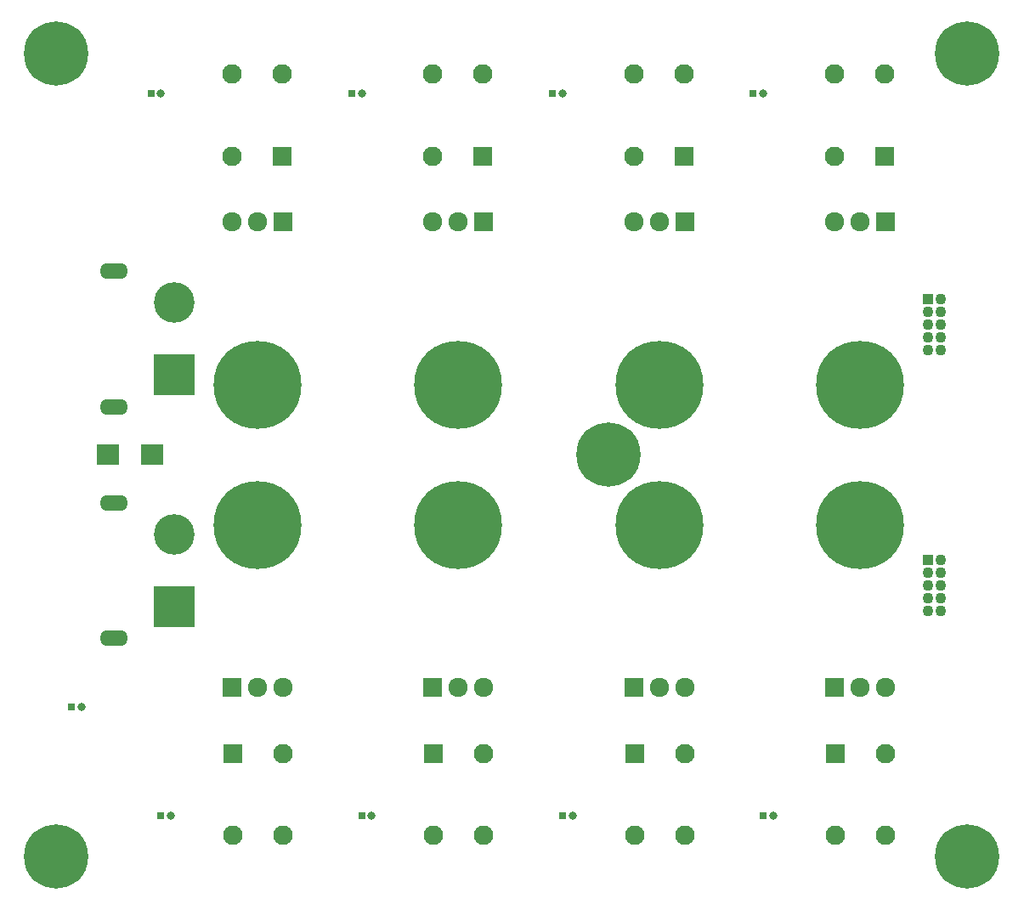
<source format=gbr>
%TF.GenerationSoftware,KiCad,Pcbnew,(6.0.10)*%
%TF.CreationDate,2023-01-10T09:29:53-08:00*%
%TF.ProjectId,solid_state_relays_12v,736f6c69-645f-4737-9461-74655f72656c,0.0.8*%
%TF.SameCoordinates,PXe4e1c0PY6422c40*%
%TF.FileFunction,Soldermask,Bot*%
%TF.FilePolarity,Negative*%
%FSLAX46Y46*%
G04 Gerber Fmt 4.6, Leading zero omitted, Abs format (unit mm)*
G04 Created by KiCad (PCBNEW (6.0.10)) date 2023-01-10 09:29:53*
%MOMM*%
%LPD*%
G01*
G04 APERTURE LIST*
%ADD10C,0.900000*%
%ADD11C,8.750000*%
%ADD12R,0.800000X0.800000*%
%ADD13C,0.800000*%
%ADD14O,2.800000X1.600000*%
%ADD15R,4.050000X4.050000*%
%ADD16C,4.050000*%
%ADD17R,1.950000X1.950000*%
%ADD18C,1.950000*%
%ADD19R,1.090000X1.090000*%
%ADD20C,1.090000*%
%ADD21C,6.400000*%
%ADD22R,1.920000X1.920000*%
%ADD23C,1.920000*%
%ADD24R,2.200000X2.150000*%
G04 APERTURE END LIST*
D10*
%TO.C,HQ7*%
X42388350Y35348350D03*
X45040000Y41750000D03*
X42388350Y40651650D03*
X47691650Y40651650D03*
X47691650Y35348350D03*
X41290000Y38000000D03*
D11*
X45040000Y38000000D03*
D10*
X48790000Y38000000D03*
X45040000Y34250000D03*
%TD*%
D12*
%TO.C,JL4*%
X14400000Y81000000D03*
D13*
X15400000Y81000000D03*
%TD*%
D14*
%TO.C,JPWR2*%
X10700000Y49800000D03*
X10700000Y63300000D03*
D15*
X16700000Y52950000D03*
D16*
X16700000Y60150000D03*
%TD*%
D17*
%TO.C,J3*%
X47500000Y74750000D03*
D18*
X47500000Y82950000D03*
X42500000Y74750000D03*
X42500000Y82950000D03*
%TD*%
D17*
%TO.C,J8*%
X22580000Y15250000D03*
D18*
X22580000Y7050000D03*
X27580000Y15250000D03*
X27580000Y7050000D03*
%TD*%
D12*
%TO.C,JL5*%
X75400000Y9000000D03*
D13*
X76400000Y9000000D03*
%TD*%
D17*
%TO.C,J5*%
X82580000Y15250000D03*
D18*
X82580000Y7050000D03*
X87580000Y15250000D03*
X87580000Y7050000D03*
%TD*%
D19*
%TO.C,JCNTL1*%
X91865000Y60540000D03*
D20*
X93135000Y60540000D03*
X91865000Y59270000D03*
X93135000Y59270000D03*
X91865000Y58000000D03*
X93135000Y58000000D03*
X91865000Y56730000D03*
X93135000Y56730000D03*
X91865000Y55460000D03*
X93135000Y55460000D03*
%TD*%
D13*
%TO.C,H5*%
X58302944Y43302944D03*
D21*
X60000000Y45000000D03*
D13*
X60000000Y42600000D03*
X61697056Y46697056D03*
X58302944Y46697056D03*
X60000000Y47400000D03*
X57600000Y45000000D03*
X61697056Y43302944D03*
X62400000Y45000000D03*
%TD*%
D10*
%TO.C,HQ6*%
X67691650Y40651650D03*
X61290000Y38000000D03*
X62388350Y40651650D03*
X67691650Y35348350D03*
X68790000Y38000000D03*
X65040000Y41750000D03*
X65040000Y34250000D03*
X62388350Y35348350D03*
D11*
X65040000Y38000000D03*
%TD*%
D17*
%TO.C,J1*%
X87500000Y74750000D03*
D18*
X87500000Y82950000D03*
X82500000Y74750000D03*
X82500000Y82950000D03*
%TD*%
D12*
%TO.C,JL8*%
X15380000Y9000000D03*
D13*
X16380000Y9000000D03*
%TD*%
D17*
%TO.C,J2*%
X67500000Y74750000D03*
D18*
X67500000Y82950000D03*
X62500000Y74750000D03*
X62500000Y82950000D03*
%TD*%
D10*
%TO.C,HQ4*%
X28790000Y52000000D03*
X27691650Y49348350D03*
X22388350Y49348350D03*
X25040000Y55750000D03*
D11*
X25040000Y52000000D03*
D10*
X22388350Y54651650D03*
X21290000Y52000000D03*
X27691650Y54651650D03*
X25040000Y48250000D03*
%TD*%
D21*
%TO.C,H1*%
X5000000Y85000000D03*
D13*
X6697056Y83302944D03*
X5000000Y87400000D03*
X6697056Y86697056D03*
X3302944Y86697056D03*
X5000000Y82600000D03*
X7400000Y85000000D03*
X3302944Y83302944D03*
X2600000Y85000000D03*
%TD*%
D17*
%TO.C,J4*%
X27500000Y74750000D03*
D18*
X27500000Y82950000D03*
X22500000Y74750000D03*
X22500000Y82950000D03*
%TD*%
D10*
%TO.C,HQ3*%
X42388350Y54651650D03*
D11*
X45040000Y52000000D03*
D10*
X45040000Y48250000D03*
X41290000Y52000000D03*
X48790000Y52000000D03*
X47691650Y54651650D03*
X45040000Y55750000D03*
X47691650Y49348350D03*
X42388350Y49348350D03*
%TD*%
D13*
%TO.C,H4*%
X6697056Y6697056D03*
X6697056Y3302944D03*
X2600000Y5000000D03*
X5000000Y2600000D03*
X3302944Y6697056D03*
X3302944Y3302944D03*
D21*
X5000000Y5000000D03*
D13*
X7400000Y5000000D03*
X5000000Y7400000D03*
%TD*%
D12*
%TO.C,JL7*%
X35400000Y9000000D03*
D13*
X36400000Y9000000D03*
%TD*%
D10*
%TO.C,HQ5*%
X85040000Y34250000D03*
X82388350Y35348350D03*
X85040000Y41750000D03*
X81290000Y38000000D03*
X82388350Y40651650D03*
X87691650Y35348350D03*
D11*
X85040000Y38000000D03*
D10*
X87691650Y40651650D03*
X88790000Y38000000D03*
%TD*%
D12*
%TO.C,JL6*%
X55400000Y9000000D03*
D13*
X56400000Y9000000D03*
%TD*%
D14*
%TO.C,JPWR1*%
X10700000Y26700000D03*
X10700000Y40200000D03*
D15*
X16700000Y29850000D03*
D16*
X16700000Y37050000D03*
%TD*%
D10*
%TO.C,HQ2*%
X62388350Y49348350D03*
X67691650Y49348350D03*
X65040000Y48250000D03*
D11*
X65040000Y52000000D03*
D10*
X68790000Y52000000D03*
X65040000Y55750000D03*
X62388350Y54651650D03*
X67691650Y54651650D03*
X61290000Y52000000D03*
%TD*%
D17*
%TO.C,J7*%
X42580000Y15250000D03*
D18*
X42580000Y7050000D03*
X47580000Y15250000D03*
X47580000Y7050000D03*
%TD*%
D13*
%TO.C,H3*%
X95750000Y2600000D03*
X93350000Y5000000D03*
X98150000Y5000000D03*
X97447056Y3302944D03*
X97447056Y6697056D03*
X94052944Y3302944D03*
X94052944Y6697056D03*
X95750000Y7400000D03*
D21*
X95750000Y5000000D03*
%TD*%
D12*
%TO.C,JL3*%
X34400000Y81000000D03*
D13*
X35400000Y81000000D03*
%TD*%
D12*
%TO.C,JP2*%
X6500000Y19850000D03*
D13*
X7500000Y19850000D03*
%TD*%
D12*
%TO.C,JL2*%
X54400000Y81000000D03*
D13*
X55400000Y81000000D03*
%TD*%
D19*
%TO.C,JCNTL2*%
X91865000Y34540000D03*
D20*
X93135000Y34540000D03*
X91865000Y33270000D03*
X93135000Y33270000D03*
X91865000Y32000000D03*
X93135000Y32000000D03*
X91865000Y30730000D03*
X93135000Y30730000D03*
X91865000Y29460000D03*
X93135000Y29460000D03*
%TD*%
D10*
%TO.C,HQ1*%
X81290000Y52000000D03*
X88790000Y52000000D03*
X82388350Y49348350D03*
X87691650Y49348350D03*
X85040000Y55750000D03*
X87691650Y54651650D03*
X85040000Y48250000D03*
D11*
X85040000Y52000000D03*
D10*
X82388350Y54651650D03*
%TD*%
%TO.C,HQ8*%
X21290000Y38000000D03*
X25040000Y34250000D03*
X22388350Y35348350D03*
X22388350Y40651650D03*
X28790000Y38000000D03*
X27691650Y35348350D03*
D11*
X25040000Y38000000D03*
D10*
X27691650Y40651650D03*
X25040000Y41750000D03*
%TD*%
D12*
%TO.C,JL1*%
X74400000Y81000000D03*
D13*
X75400000Y81000000D03*
%TD*%
%TO.C,H2*%
X98150000Y85000000D03*
X94052944Y86697056D03*
X97447056Y83302944D03*
X97447056Y86697056D03*
X94052944Y83302944D03*
X93350000Y85000000D03*
X95750000Y82600000D03*
X95750000Y87400000D03*
D21*
X95750000Y85000000D03*
%TD*%
D17*
%TO.C,J6*%
X62580000Y15250000D03*
D18*
X62580000Y7050000D03*
X67580000Y15250000D03*
X67580000Y7050000D03*
%TD*%
D22*
%TO.C,Q7*%
X42500000Y21800000D03*
D23*
X45040000Y21800000D03*
X47580000Y21800000D03*
%TD*%
D22*
%TO.C,Q6*%
X62500000Y21800000D03*
D23*
X65040000Y21800000D03*
X67580000Y21800000D03*
%TD*%
D24*
%TO.C,TVSP2*%
X14550000Y45000000D03*
X10150000Y45000000D03*
%TD*%
D22*
%TO.C,Q3*%
X47580000Y68200000D03*
D23*
X45040000Y68200000D03*
X42500000Y68200000D03*
%TD*%
D22*
%TO.C,Q5*%
X82500000Y21800000D03*
D23*
X85040000Y21800000D03*
X87580000Y21800000D03*
%TD*%
D22*
%TO.C,Q2*%
X67580000Y68200000D03*
D23*
X65040000Y68200000D03*
X62500000Y68200000D03*
%TD*%
D22*
%TO.C,Q4*%
X27580000Y68200000D03*
D23*
X25040000Y68200000D03*
X22500000Y68200000D03*
%TD*%
D22*
%TO.C,Q1*%
X87580000Y68200000D03*
D23*
X85040000Y68200000D03*
X82500000Y68200000D03*
%TD*%
D22*
%TO.C,Q8*%
X22500000Y21800000D03*
D23*
X25040000Y21800000D03*
X27580000Y21800000D03*
%TD*%
M02*

</source>
